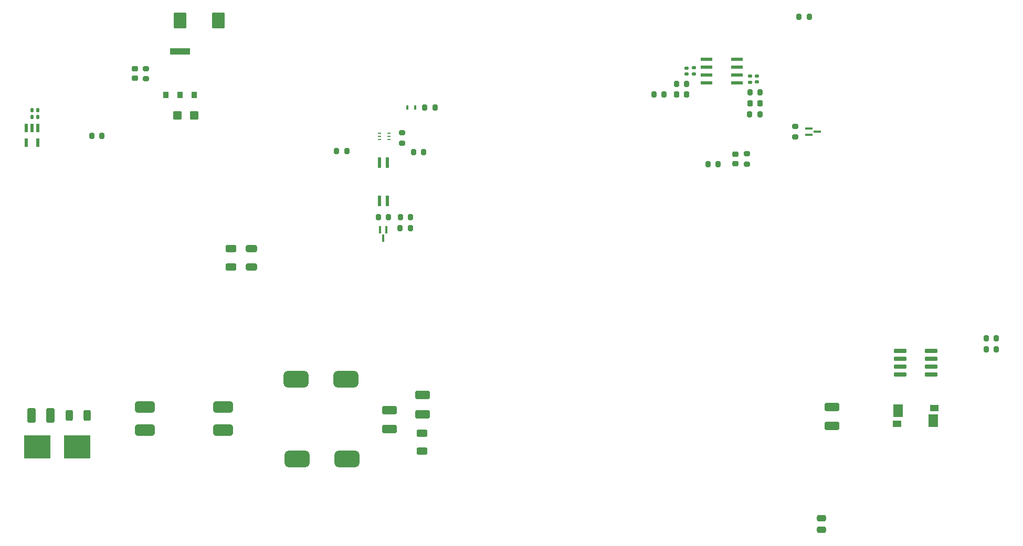
<source format=gbr>
%TF.GenerationSoftware,KiCad,Pcbnew,9.0.3*%
%TF.CreationDate,2025-09-16T13:25:35-04:00*%
%TF.ProjectId,CAEN_NEVIS_DAQ_3p3V,4341454e-5f4e-4455-9649-535f4441515f,rev?*%
%TF.SameCoordinates,Original*%
%TF.FileFunction,Paste,Top*%
%TF.FilePolarity,Positive*%
%FSLAX46Y46*%
G04 Gerber Fmt 4.6, Leading zero omitted, Abs format (unit mm)*
G04 Created by KiCad (PCBNEW 9.0.3) date 2025-09-16 13:25:35*
%MOMM*%
%LPD*%
G01*
G04 APERTURE LIST*
G04 Aperture macros list*
%AMRoundRect*
0 Rectangle with rounded corners*
0 $1 Rounding radius*
0 $2 $3 $4 $5 $6 $7 $8 $9 X,Y pos of 4 corners*
0 Add a 4 corners polygon primitive as box body*
4,1,4,$2,$3,$4,$5,$6,$7,$8,$9,$2,$3,0*
0 Add four circle primitives for the rounded corners*
1,1,$1+$1,$2,$3*
1,1,$1+$1,$4,$5*
1,1,$1+$1,$6,$7*
1,1,$1+$1,$8,$9*
0 Add four rect primitives between the rounded corners*
20,1,$1+$1,$2,$3,$4,$5,0*
20,1,$1+$1,$4,$5,$6,$7,0*
20,1,$1+$1,$6,$7,$8,$9,0*
20,1,$1+$1,$8,$9,$2,$3,0*%
G04 Aperture macros list end*
%ADD10R,0.444500X0.711200*%
%ADD11RoundRect,0.250000X-0.925000X0.412500X-0.925000X-0.412500X0.925000X-0.412500X0.925000X0.412500X0*%
%ADD12RoundRect,0.140000X0.140000X0.170000X-0.140000X0.170000X-0.140000X-0.170000X0.140000X-0.170000X0*%
%ADD13RoundRect,0.225000X-0.250000X0.225000X-0.250000X-0.225000X0.250000X-0.225000X0.250000X0.225000X0*%
%ADD14RoundRect,0.200000X0.200000X0.275000X-0.200000X0.275000X-0.200000X-0.275000X0.200000X-0.275000X0*%
%ADD15RoundRect,0.140000X-0.170000X0.140000X-0.170000X-0.140000X0.170000X-0.140000X0.170000X0.140000X0*%
%ADD16RoundRect,0.135000X-0.185000X0.135000X-0.185000X-0.135000X0.185000X-0.135000X0.185000X0.135000X0*%
%ADD17RoundRect,0.250000X0.475000X-0.250000X0.475000X0.250000X-0.475000X0.250000X-0.475000X-0.250000X0*%
%ADD18RoundRect,0.200000X-0.200000X-0.275000X0.200000X-0.275000X0.200000X0.275000X-0.200000X0.275000X0*%
%ADD19RoundRect,0.200000X0.275000X-0.200000X0.275000X0.200000X-0.275000X0.200000X-0.275000X-0.200000X0*%
%ADD20R,4.241800X3.810000*%
%ADD21RoundRect,0.250000X-0.787500X-1.025000X0.787500X-1.025000X0.787500X1.025000X-0.787500X1.025000X0*%
%ADD22RoundRect,0.225000X-0.225000X-0.250000X0.225000X-0.250000X0.225000X0.250000X-0.225000X0.250000X0*%
%ADD23R,0.350800X1.161200*%
%ADD24R,0.889000X1.016000*%
%ADD25R,3.200000X1.000000*%
%ADD26RoundRect,0.250000X0.625000X-0.312500X0.625000X0.312500X-0.625000X0.312500X-0.625000X-0.312500X0*%
%ADD27R,0.558800X1.651000*%
%ADD28RoundRect,0.225000X0.225000X0.250000X-0.225000X0.250000X-0.225000X-0.250000X0.225000X-0.250000X0*%
%ADD29RoundRect,0.250000X0.450000X0.425000X-0.450000X0.425000X-0.450000X-0.425000X0.450000X-0.425000X0*%
%ADD30RoundRect,0.250000X-0.625000X0.312500X-0.625000X-0.312500X0.625000X-0.312500X0.625000X0.312500X0*%
%ADD31RoundRect,0.250000X0.412500X0.925000X-0.412500X0.925000X-0.412500X-0.925000X0.412500X-0.925000X0*%
%ADD32RoundRect,0.200000X-0.275000X0.200000X-0.275000X-0.200000X0.275000X-0.200000X0.275000X0.200000X0*%
%ADD33RoundRect,0.675000X-1.325000X0.675000X-1.325000X-0.675000X1.325000X-0.675000X1.325000X0.675000X0*%
%ADD34R,1.161200X0.350800*%
%ADD35R,0.558800X1.473200*%
%ADD36RoundRect,0.075000X0.910000X0.225000X-0.910000X0.225000X-0.910000X-0.225000X0.910000X-0.225000X0*%
%ADD37R,1.390000X1.140000*%
%ADD38R,1.650000X2.010000*%
%ADD39RoundRect,0.250000X-0.312500X-0.625000X0.312500X-0.625000X0.312500X0.625000X-0.312500X0.625000X0*%
%ADD40RoundRect,0.475000X1.125000X-0.475000X1.125000X0.475000X-1.125000X0.475000X-1.125000X-0.475000X0*%
%ADD41R,0.533400X0.254000*%
%ADD42RoundRect,0.250000X-0.650000X0.325000X-0.650000X-0.325000X0.650000X-0.325000X0.650000X0.325000X0*%
%ADD43R,1.981200X0.558800*%
G04 APERTURE END LIST*
D10*
%TO.C,LED1*%
X128986350Y-50235000D03*
X130243650Y-50235000D03*
%TD*%
D11*
%TO.C,C1*%
X131400000Y-96687500D03*
X131400000Y-99762500D03*
%TD*%
D12*
%TO.C,C23*%
X69400000Y-51800000D03*
X68440000Y-51800000D03*
%TD*%
D13*
%TO.C,C15*%
X181910000Y-57815000D03*
X181910000Y-59365000D03*
%TD*%
%TO.C,C16*%
X85045000Y-44013750D03*
X85045000Y-45563750D03*
%TD*%
D14*
%TO.C,R14*%
X193835000Y-35650000D03*
X192185000Y-35650000D03*
%TD*%
%TO.C,R12*%
X179115000Y-59405000D03*
X177465000Y-59405000D03*
%TD*%
D15*
%TO.C,C18*%
X185380000Y-45180000D03*
X185380000Y-46140000D03*
%TD*%
D16*
%TO.C,R21*%
X175230000Y-43870000D03*
X175230000Y-44890000D03*
%TD*%
D17*
%TO.C,C11*%
X195750000Y-118450000D03*
X195750000Y-116550000D03*
%TD*%
D18*
%TO.C,R16*%
X184235000Y-47810000D03*
X185885000Y-47810000D03*
%TD*%
D19*
%TO.C,R20*%
X191550000Y-54985000D03*
X191550000Y-53335000D03*
%TD*%
D20*
%TO.C,F1*%
X69332300Y-105045000D03*
X75707700Y-105045000D03*
%TD*%
D21*
%TO.C,C14*%
X92317500Y-36243750D03*
X98542500Y-36243750D03*
%TD*%
D22*
%TO.C,C19*%
X184295000Y-49590000D03*
X185845000Y-49590000D03*
%TD*%
D12*
%TO.C,C22*%
X69410000Y-50660000D03*
X68450000Y-50660000D03*
%TD*%
D23*
%TO.C,M1*%
X125604999Y-70000000D03*
X124605001Y-70000000D03*
X125105000Y-71350000D03*
%TD*%
D24*
%TO.C,U2*%
X90008600Y-48196250D03*
X92320000Y-48196250D03*
X94631400Y-48196250D03*
D25*
X92320000Y-41203750D03*
%TD*%
D14*
%TO.C,R23*%
X170395000Y-48180000D03*
X168745000Y-48180000D03*
%TD*%
%TO.C,R25*%
X79715000Y-54820000D03*
X78065000Y-54820000D03*
%TD*%
%TO.C,R17*%
X185845000Y-51350000D03*
X184195000Y-51350000D03*
%TD*%
D26*
%TO.C,R2*%
X131390000Y-105737500D03*
X131390000Y-102812500D03*
%TD*%
D27*
%TO.C,Q1*%
X125740000Y-59130800D03*
X124470000Y-59130800D03*
X124470000Y-65379200D03*
X125740000Y-65379200D03*
%TD*%
D18*
%TO.C,R4*%
X127830000Y-69755000D03*
X129480000Y-69755000D03*
%TD*%
D28*
%TO.C,C21*%
X173985000Y-48180000D03*
X172435000Y-48180000D03*
%TD*%
D29*
%TO.C,C13*%
X94625000Y-51528750D03*
X91925000Y-51528750D03*
%TD*%
D30*
%TO.C,R26*%
X100500000Y-73075000D03*
X100500000Y-76000000D03*
%TD*%
D15*
%TO.C,C20*%
X174050000Y-43900000D03*
X174050000Y-44860000D03*
%TD*%
D14*
%TO.C,R19*%
X224015000Y-87530000D03*
X222365000Y-87530000D03*
%TD*%
D31*
%TO.C,C5*%
X71407500Y-99955000D03*
X68332500Y-99955000D03*
%TD*%
D14*
%TO.C,R7*%
X125940000Y-67975000D03*
X124290000Y-67975000D03*
%TD*%
D19*
%TO.C,R9*%
X128163000Y-56018000D03*
X128163000Y-54368000D03*
%TD*%
D32*
%TO.C,R11*%
X183750000Y-57755000D03*
X183750000Y-59405000D03*
%TD*%
D33*
%TO.C,L1*%
X111055000Y-94145000D03*
X119055000Y-94145000D03*
%TD*%
D14*
%TO.C,R22*%
X174045000Y-46440000D03*
X172395000Y-46440000D03*
%TD*%
D33*
%TO.C,L3*%
X111205000Y-106955000D03*
X119205000Y-106955000D03*
%TD*%
D34*
%TO.C,M3*%
X193755000Y-53660001D03*
X193755000Y-54659999D03*
X195105000Y-54160000D03*
%TD*%
D35*
%TO.C,U6*%
X69395001Y-53556200D03*
X68445000Y-53556200D03*
X67494999Y-53556200D03*
X67494999Y-55943800D03*
X69395001Y-55943800D03*
%TD*%
D36*
%TO.C,U3*%
X213437500Y-93332500D03*
X213437500Y-92062500D03*
X213437500Y-90792500D03*
X213437500Y-89522500D03*
X208497500Y-89522500D03*
X208497500Y-90792500D03*
X208497500Y-92062500D03*
X208497500Y-93332500D03*
%TD*%
D11*
%TO.C,C3*%
X197485000Y-98577500D03*
X197485000Y-101652500D03*
%TD*%
D14*
%TO.C,R5*%
X133430000Y-50235000D03*
X131780000Y-50235000D03*
%TD*%
D37*
%TO.C,R10*%
X207980000Y-101285000D03*
X213950000Y-98745000D03*
D38*
X208110000Y-99180000D03*
X213820000Y-100850000D03*
%TD*%
D18*
%TO.C,R8*%
X117585000Y-57330000D03*
X119235000Y-57330000D03*
%TD*%
D39*
%TO.C,R1*%
X74437500Y-99955000D03*
X77362500Y-99955000D03*
%TD*%
D11*
%TO.C,C2*%
X126110000Y-99120000D03*
X126110000Y-102195000D03*
%TD*%
D14*
%TO.C,R3*%
X131620000Y-57505000D03*
X129970000Y-57505000D03*
%TD*%
D40*
%TO.C,L2*%
X99230000Y-98625000D03*
X99230000Y-102325000D03*
X86630000Y-102325000D03*
X86630000Y-98625000D03*
%TD*%
D19*
%TO.C,R13*%
X86805000Y-45613750D03*
X86805000Y-43963750D03*
%TD*%
D41*
%TO.C,M2*%
X126027000Y-55443000D03*
X126027000Y-54935000D03*
X126027000Y-54427000D03*
X124503000Y-54427000D03*
X124503000Y-54935000D03*
X124503000Y-55443000D03*
%TD*%
D42*
%TO.C,C24*%
X103820000Y-73082500D03*
X103820000Y-76032500D03*
%TD*%
D43*
%TO.C,U4*%
X182183800Y-46285000D03*
X182183800Y-45015000D03*
X182183800Y-43745000D03*
X182183800Y-42475000D03*
X177256200Y-42475000D03*
X177256200Y-43745000D03*
X177256200Y-45015000D03*
X177256200Y-46285000D03*
%TD*%
D14*
%TO.C,R6*%
X129490000Y-67985000D03*
X127840000Y-67985000D03*
%TD*%
%TO.C,R18*%
X224015000Y-89310000D03*
X222365000Y-89310000D03*
%TD*%
D16*
%TO.C,R15*%
X184240000Y-45150000D03*
X184240000Y-46170000D03*
%TD*%
M02*

</source>
